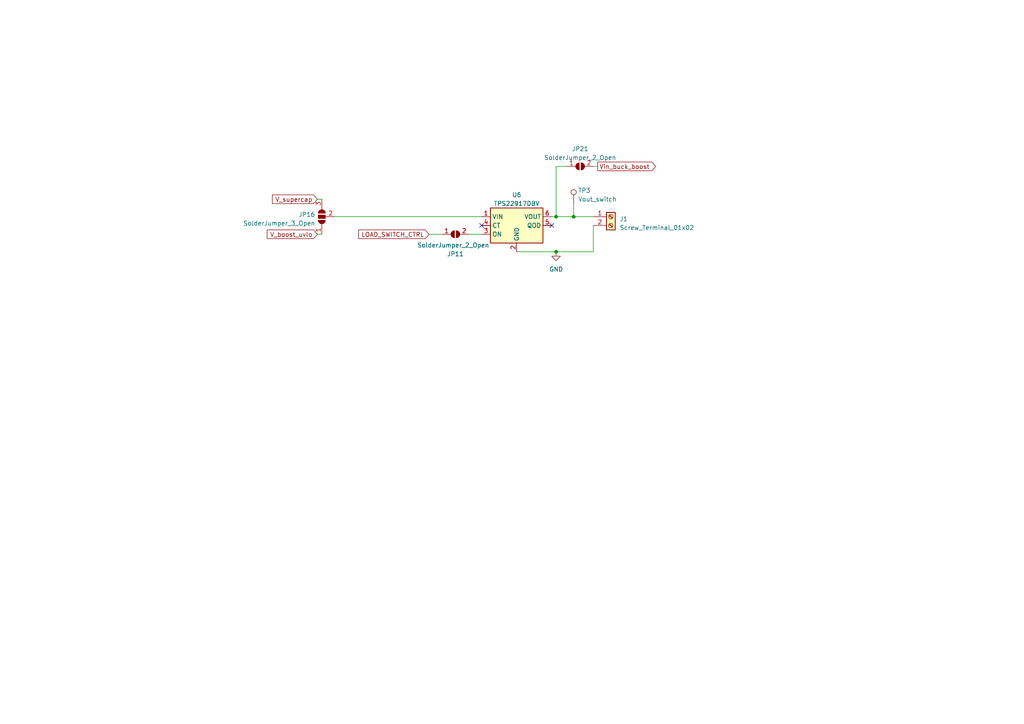
<source format=kicad_sch>
(kicad_sch (version 20230121) (generator eeschema)
  (paper "A4")
  (title_block (title "Load switch and output") (date "2024-02-07") (rev "1") (comment 1 "This block is in charge of powering ON or OFF the load based on the status of the UVLO"))
  (lib_symbols
    (symbol "Connector:Screw_Terminal_01x02" (pin_names (offset 1.016) hide)
      (property "Reference" "J" (at 0 2.54 0))
      (property "Value" "Screw_Terminal_01x02" (at 0 -5.08 0))
      (symbol "Screw_Terminal_01x02_1_1"
        (rectangle (start -1.27 1.27) (end 1.27 -3.81) (stroke (width 0.254)) (fill (type background)))
        (circle (center 0 -2.54) (radius 0.635) (stroke (width 0.1524)))
        (polyline (pts (xy -0.5334 -2.2098) (xy 0.3302 -3.048)) (stroke (width 0.1524)))
        (polyline (pts (xy -0.5334 0.3302) (xy 0.3302 -0.508)) (stroke (width 0.1524)))
        (polyline (pts (xy -0.3556 -2.032) (xy 0.508 -2.8702)) (stroke (width 0.1524)))
        (polyline (pts (xy -0.3556 0.508) (xy 0.508 -0.3302)) (stroke (width 0.1524)))
        (circle (center 0 0) (radius 0.635) (stroke (width 0.1524)))
        (pin passive line (at -5.08 0 0) (length 3.81) (name "Pin_1") (number "1"))
        (pin passive line (at -5.08 -2.54 0) (length 3.81) (name "Pin_2") (number "2"))
      )
    )
    (symbol "Connector:TestPoint" (pin_numbers hide) (pin_names (offset 0.762) hide)
      (property "Reference" "TP" (at 0 6.858 0))
      (property "Value" "TestPoint" (at 0 5.08 0))
      (symbol "TestPoint_0_1"
        (circle (center 0 3.302) (radius 0.762))
      )
      (symbol "TestPoint_1_1"
        (pin passive line (at 0 0 90) (length 2.54) (name "1") (number "1"))
      )
    )
    (symbol "Jumper:SolderJumper_2_Open" (pin_names (offset 0) hide)
      (property "Reference" "JP" (at 0 2.032 0))
      (property "Value" "SolderJumper_2_Open" (at 0 -2.54 0))
      (symbol "SolderJumper_2_Open_0_1"
        (arc (start -0.254 1.016) (mid -1.2656 0) (end -0.254 -1.016))
        (arc (start -0.254 1.016) (mid -1.2656 0) (end -0.254 -1.016) (fill (type outline)))
        (polyline (pts (xy -0.254 1.016) (xy -0.254 -1.016)))
        (polyline (pts (xy 0.254 1.016) (xy 0.254 -1.016)))
        (arc (start 0.254 -1.016) (mid 1.2656 0) (end 0.254 1.016))
        (arc (start 0.254 -1.016) (mid 1.2656 0) (end 0.254 1.016) (fill (type outline)))
      )
      (symbol "SolderJumper_2_Open_1_1"
        (pin passive line (at -3.81 0 0) (length 2.54) (name "A") (number "1"))
        (pin passive line (at 3.81 0 180) (length 2.54) (name "B") (number "2"))
      )
    )
    (symbol "Jumper:SolderJumper_3_Open" (pin_names (offset 0) hide)
      (property "Reference" "JP" (at -2.54 -2.54 0))
      (property "Value" "SolderJumper_3_Open" (at 0 2.794 0))
      (symbol "SolderJumper_3_Open_0_1"
        (arc (start -1.016 1.016) (mid -2.0276 0) (end -1.016 -1.016))
        (arc (start -1.016 1.016) (mid -2.0276 0) (end -1.016 -1.016) (fill (type outline)))
        (rectangle (start -0.508 1.016) (end 0.508 -1.016) (fill (type outline)))
        (polyline (pts (xy -2.54 0) (xy -2.032 0)))
        (polyline (pts (xy -1.016 1.016) (xy -1.016 -1.016)))
        (polyline (pts (xy 0 -1.27) (xy 0 -1.016)))
        (polyline (pts (xy 1.016 1.016) (xy 1.016 -1.016)))
        (polyline (pts (xy 2.54 0) (xy 2.032 0)))
        (arc (start 1.016 -1.016) (mid 2.0276 0) (end 1.016 1.016))
        (arc (start 1.016 -1.016) (mid 2.0276 0) (end 1.016 1.016) (fill (type outline)))
      )
      (symbol "SolderJumper_3_Open_1_1"
        (pin passive line (at -5.08 0 0) (length 2.54) (name "A") (number "1"))
        (pin passive line (at 0 -3.81 90) (length 2.54) (name "C") (number "2"))
        (pin passive line (at 5.08 0 180) (length 2.54) (name "B") (number "3"))
      )
    )
    (symbol "Power_Management:TPS22917DBV"
      (property "Reference" "U" (at -6.35 6.35 0))
      (property "Value" "TPS22917DBV" (at 2.54 6.35 0))
      (symbol "TPS22917DBV_0_1"
        (rectangle (start -7.62 5.08) (end 7.62 -5.08) (stroke (width 0.254)) (fill (type background)))
      )
      (symbol "TPS22917DBV_1_1"
        (pin power_in line (at -10.16 2.54 0) (length 2.54) (name "VIN") (number "1"))
        (pin power_in line (at 0 -7.62 90) (length 2.54) (name "GND") (number "2"))
        (pin input line (at -10.16 -2.54 0) (length 2.54) (name "ON") (number "3"))
        (pin output line (at -10.16 0 0) (length 2.54) (name "CT") (number "4"))
        (pin open_collector line (at 10.16 0 180) (length 2.54) (name "QOD") (number "5"))
        (pin power_out line (at 10.16 2.54 180) (length 2.54) (name "VOUT") (number "6"))
      )
    )
    (symbol "power:GND" (power) (pin_names (offset 0))
      (property "Value" "GND" (at 0 -3.81 0))
      (symbol "GND_0_1"
        (polyline (pts (xy 0 0) (xy 0 -1.27) (xy 1.27 -1.27) (xy 0 -2.54) (xy -1.27 -1.27) (xy 0 -1.27)))
      )
      (symbol "GND_1_1"
        (pin power_in line (at 0 0 270) (length 0) hide (name "GND") (number "1"))
      )
    )
  )
  (junction (at 166.37 62.865))
  (junction (at 161.29 73.025))
  (junction (at 161.29 62.865))
  (no_connect (at 139.7 65.405))
  (no_connect (at 160.02 65.405))
  (wire (pts (xy 166.37 59.055) (xy 166.37 62.865)))
  (wire (pts (xy 161.29 73.025) (xy 172.085 73.025)))
  (wire (pts (xy 97.155 62.865) (xy 139.7 62.865)))
  (wire (pts (xy 149.86 73.025) (xy 161.29 73.025)))
  (wire (pts (xy 92.075 67.945) (xy 93.345 67.945)))
  (wire (pts (xy 160.02 62.865) (xy 161.29 62.865)))
  (wire (pts (xy 92.075 57.785) (xy 93.345 57.785)))
  (wire (pts (xy 135.89 67.945) (xy 139.7 67.945)))
  (wire (pts (xy 172.085 73.025) (xy 172.085 65.405)))
  (wire (pts (xy 161.29 62.865) (xy 166.37 62.865)))
  (wire (pts (xy 164.465 48.26) (xy 161.29 48.26)))
  (wire (pts (xy 161.29 48.26) (xy 161.29 62.865)))
  (wire (pts (xy 124.46 67.945) (xy 128.27 67.945)))
  (wire (pts (xy 172.085 48.26) (xy 173.355 48.26)))
  (wire (pts (xy 166.37 62.865) (xy 172.085 62.865)))
  (global_label "V_supercap" (shape input) (at 92.075 57.785 180) (property "Intersheetrefs" "${INTERSHEET_REFS}" (effects hide)))
  (global_label "V_boost_uvlo" (shape input) (at 92.075 67.945 180) (property "Intersheetrefs" "${INTERSHEET_REFS}" (effects hide)))
  (global_label "Vin_buck_boost" (shape output) (at 173.355 48.26 0) (property "Intersheetrefs" "${INTERSHEET_REFS}" (effects hide)))
  (global_label "LOAD_SWITCH_CTRL" (shape input) (at 124.46 67.945 180) (property "Intersheetrefs" "${INTERSHEET_REFS}" (effects hide)))
  (symbol (lib_id "Power_Management:TPS22917DBV") (at 149.86 65.405 0) (unit 1)
    (property "Reference" "U6" (at 149.86 56.515 0))
    (property "Value" "TPS22917DBV" (at 149.86 59.055 0))
    (property "Footprint" "Package_TO_SOT_SMD:SOT-23-6" (effects hide))
    (property "Datasheet" "http://www.ti.com/lit/ds/symlink/tps22917.pdf" (effects hide))
  )
  (symbol (lib_id "Connector:TestPoint") (at 166.37 59.055 0) (unit 1)
    (property "Reference" "TP3" (at 167.64 55.245 0) (effects (justify left)))
    (property "Value" "Vout_switch" (at 167.64 57.785 0) (effects (justify left)))
  )
  (symbol (lib_id "power:GND") (at 161.29 73.025 0) (unit 1)
    (property "Reference" "#PWR023" (effects hide))
    (property "Value" "GND" (at 161.29 78.105 0))
  )
  (symbol (lib_id "Connector:Screw_Terminal_01x02") (at 177.165 62.865 0) (unit 1)
    (property "Reference" "J1" (at 179.705 63.5 0) (effects (justify left)))
    (property "Value" "Screw_Terminal_01x02" (at 179.705 66.04 0) (effects (justify left)))
  )
  (symbol (lib_id "Jumper:SolderJumper_2_Open") (at 168.275 48.26 0) (unit 1)
    (property "Reference" "JP21" (at 168.275 43.18 0))
    (property "Value" "SolderJumper_2_Open" (at 168.275 45.72 0))
    (property "Footprint" "Jumper:SolderJumper-2_P1.3mm_Open_RoundedPad1.0x1.5mm" (effects hide))
  )
  (symbol (lib_id "Jumper:SolderJumper_2_Open") (at 132.08 67.945 0) (unit 1)
    (property "Reference" "JP11" (at 132.08 73.66 0))
    (property "Value" "SolderJumper_2_Open" (at 131.445 71.12 0))
    (property "Footprint" "Jumper:SolderJumper-2_P1.3mm_Open_RoundedPad1.0x1.5mm" (effects hide))
    (instances (project "suntastic" (path "" (reference "JP11") (unit 1)) (path "" (reference "JP15") (unit 1))))
  )
  (symbol (lib_id "Jumper:SolderJumper_3_Open") (at 93.345 62.865 90) (unit 1)
    (property "Reference" "JP16" (at 91.44 62.23 90) (effects (justify left)))
    (property "Value" "SolderJumper_3_Open" (at 91.44 64.77 90) (effects (justify left)))
    (property "Footprint" "Jumper:SolderJumper-3_P1.3mm_Open_RoundedPad1.0x1.5mm" (effects hide))
  )
)
</source>
